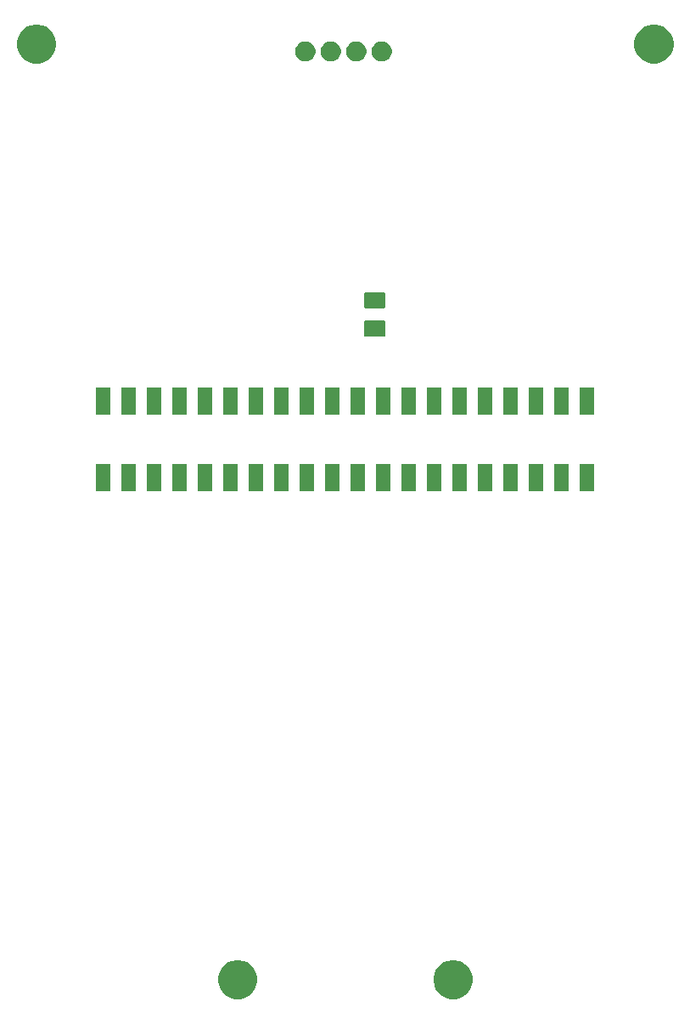
<source format=gbr>
G04 #@! TF.GenerationSoftware,KiCad,Pcbnew,5.0.2+dfsg1-1~bpo9+1*
G04 #@! TF.CreationDate,2019-01-24T11:26:08+00:00*
G04 #@! TF.ProjectId,zeroboy_new_front,7a65726f-626f-4795-9f6e-65775f66726f,rev?*
G04 #@! TF.SameCoordinates,Original*
G04 #@! TF.FileFunction,Soldermask,Bot*
G04 #@! TF.FilePolarity,Negative*
%FSLAX46Y46*%
G04 Gerber Fmt 4.6, Leading zero omitted, Abs format (unit mm)*
G04 Created by KiCad (PCBNEW 5.0.2+dfsg1-1~bpo9+1) date Thu 24 Jan 2019 11:26:08 GMT*
%MOMM*%
%LPD*%
G01*
G04 APERTURE LIST*
%ADD10C,0.100000*%
G04 APERTURE END LIST*
D10*
G36*
X158201193Y-137748737D02*
X158556070Y-137895732D01*
X158875455Y-138109138D01*
X159147062Y-138380745D01*
X159360468Y-138700130D01*
X159507463Y-139055007D01*
X159582400Y-139431740D01*
X159582400Y-139815860D01*
X159507463Y-140192593D01*
X159360468Y-140547470D01*
X159147062Y-140866855D01*
X158875455Y-141138462D01*
X158556070Y-141351868D01*
X158201193Y-141498863D01*
X157824460Y-141573800D01*
X157440340Y-141573800D01*
X157063607Y-141498863D01*
X156708730Y-141351868D01*
X156389345Y-141138462D01*
X156117738Y-140866855D01*
X155904332Y-140547470D01*
X155757337Y-140192593D01*
X155682400Y-139815860D01*
X155682400Y-139431740D01*
X155757337Y-139055007D01*
X155904332Y-138700130D01*
X156117738Y-138380745D01*
X156389345Y-138109138D01*
X156708730Y-137895732D01*
X157063607Y-137748737D01*
X157440340Y-137673800D01*
X157824460Y-137673800D01*
X158201193Y-137748737D01*
X158201193Y-137748737D01*
G37*
G36*
X136712793Y-137748737D02*
X137067670Y-137895732D01*
X137387055Y-138109138D01*
X137658662Y-138380745D01*
X137872068Y-138700130D01*
X138019063Y-139055007D01*
X138094000Y-139431740D01*
X138094000Y-139815860D01*
X138019063Y-140192593D01*
X137872068Y-140547470D01*
X137658662Y-140866855D01*
X137387055Y-141138462D01*
X137067670Y-141351868D01*
X136712793Y-141498863D01*
X136336060Y-141573800D01*
X135951940Y-141573800D01*
X135575207Y-141498863D01*
X135220330Y-141351868D01*
X134900945Y-141138462D01*
X134629338Y-140866855D01*
X134415932Y-140547470D01*
X134268937Y-140192593D01*
X134194000Y-139815860D01*
X134194000Y-139431740D01*
X134268937Y-139055007D01*
X134415932Y-138700130D01*
X134629338Y-138380745D01*
X134900945Y-138109138D01*
X135220330Y-137895732D01*
X135575207Y-137748737D01*
X135951940Y-137673800D01*
X136336060Y-137673800D01*
X136712793Y-137748737D01*
X136712793Y-137748737D01*
G37*
G36*
X136126500Y-90979000D02*
X134726500Y-90979000D01*
X134726500Y-88279000D01*
X136126500Y-88279000D01*
X136126500Y-90979000D01*
X136126500Y-90979000D01*
G37*
G36*
X123426500Y-90979000D02*
X122026500Y-90979000D01*
X122026500Y-88279000D01*
X123426500Y-88279000D01*
X123426500Y-90979000D01*
X123426500Y-90979000D01*
G37*
G36*
X125966500Y-90979000D02*
X124566500Y-90979000D01*
X124566500Y-88279000D01*
X125966500Y-88279000D01*
X125966500Y-90979000D01*
X125966500Y-90979000D01*
G37*
G36*
X128506500Y-90979000D02*
X127106500Y-90979000D01*
X127106500Y-88279000D01*
X128506500Y-88279000D01*
X128506500Y-90979000D01*
X128506500Y-90979000D01*
G37*
G36*
X131046500Y-90979000D02*
X129646500Y-90979000D01*
X129646500Y-88279000D01*
X131046500Y-88279000D01*
X131046500Y-90979000D01*
X131046500Y-90979000D01*
G37*
G36*
X133586500Y-90979000D02*
X132186500Y-90979000D01*
X132186500Y-88279000D01*
X133586500Y-88279000D01*
X133586500Y-90979000D01*
X133586500Y-90979000D01*
G37*
G36*
X138666500Y-90979000D02*
X137266500Y-90979000D01*
X137266500Y-88279000D01*
X138666500Y-88279000D01*
X138666500Y-90979000D01*
X138666500Y-90979000D01*
G37*
G36*
X141206500Y-90979000D02*
X139806500Y-90979000D01*
X139806500Y-88279000D01*
X141206500Y-88279000D01*
X141206500Y-90979000D01*
X141206500Y-90979000D01*
G37*
G36*
X143746500Y-90979000D02*
X142346500Y-90979000D01*
X142346500Y-88279000D01*
X143746500Y-88279000D01*
X143746500Y-90979000D01*
X143746500Y-90979000D01*
G37*
G36*
X146286500Y-90979000D02*
X144886500Y-90979000D01*
X144886500Y-88279000D01*
X146286500Y-88279000D01*
X146286500Y-90979000D01*
X146286500Y-90979000D01*
G37*
G36*
X151366500Y-90979000D02*
X149966500Y-90979000D01*
X149966500Y-88279000D01*
X151366500Y-88279000D01*
X151366500Y-90979000D01*
X151366500Y-90979000D01*
G37*
G36*
X153906500Y-90979000D02*
X152506500Y-90979000D01*
X152506500Y-88279000D01*
X153906500Y-88279000D01*
X153906500Y-90979000D01*
X153906500Y-90979000D01*
G37*
G36*
X156446500Y-90979000D02*
X155046500Y-90979000D01*
X155046500Y-88279000D01*
X156446500Y-88279000D01*
X156446500Y-90979000D01*
X156446500Y-90979000D01*
G37*
G36*
X148826500Y-90979000D02*
X147426500Y-90979000D01*
X147426500Y-88279000D01*
X148826500Y-88279000D01*
X148826500Y-90979000D01*
X148826500Y-90979000D01*
G37*
G36*
X158986500Y-90979000D02*
X157586500Y-90979000D01*
X157586500Y-88279000D01*
X158986500Y-88279000D01*
X158986500Y-90979000D01*
X158986500Y-90979000D01*
G37*
G36*
X161526500Y-90979000D02*
X160126500Y-90979000D01*
X160126500Y-88279000D01*
X161526500Y-88279000D01*
X161526500Y-90979000D01*
X161526500Y-90979000D01*
G37*
G36*
X164066500Y-90979000D02*
X162666500Y-90979000D01*
X162666500Y-88279000D01*
X164066500Y-88279000D01*
X164066500Y-90979000D01*
X164066500Y-90979000D01*
G37*
G36*
X166606500Y-90979000D02*
X165206500Y-90979000D01*
X165206500Y-88279000D01*
X166606500Y-88279000D01*
X166606500Y-90979000D01*
X166606500Y-90979000D01*
G37*
G36*
X171686500Y-90979000D02*
X170286500Y-90979000D01*
X170286500Y-88279000D01*
X171686500Y-88279000D01*
X171686500Y-90979000D01*
X171686500Y-90979000D01*
G37*
G36*
X169146500Y-90979000D02*
X167746500Y-90979000D01*
X167746500Y-88279000D01*
X169146500Y-88279000D01*
X169146500Y-90979000D01*
X169146500Y-90979000D01*
G37*
G36*
X123426500Y-83359000D02*
X122026500Y-83359000D01*
X122026500Y-80659000D01*
X123426500Y-80659000D01*
X123426500Y-83359000D01*
X123426500Y-83359000D01*
G37*
G36*
X153906500Y-83359000D02*
X152506500Y-83359000D01*
X152506500Y-80659000D01*
X153906500Y-80659000D01*
X153906500Y-83359000D01*
X153906500Y-83359000D01*
G37*
G36*
X156446500Y-83359000D02*
X155046500Y-83359000D01*
X155046500Y-80659000D01*
X156446500Y-80659000D01*
X156446500Y-83359000D01*
X156446500Y-83359000D01*
G37*
G36*
X158986500Y-83359000D02*
X157586500Y-83359000D01*
X157586500Y-80659000D01*
X158986500Y-80659000D01*
X158986500Y-83359000D01*
X158986500Y-83359000D01*
G37*
G36*
X171686500Y-83359000D02*
X170286500Y-83359000D01*
X170286500Y-80659000D01*
X171686500Y-80659000D01*
X171686500Y-83359000D01*
X171686500Y-83359000D01*
G37*
G36*
X164066500Y-83359000D02*
X162666500Y-83359000D01*
X162666500Y-80659000D01*
X164066500Y-80659000D01*
X164066500Y-83359000D01*
X164066500Y-83359000D01*
G37*
G36*
X169146500Y-83359000D02*
X167746500Y-83359000D01*
X167746500Y-80659000D01*
X169146500Y-80659000D01*
X169146500Y-83359000D01*
X169146500Y-83359000D01*
G37*
G36*
X166606500Y-83359000D02*
X165206500Y-83359000D01*
X165206500Y-80659000D01*
X166606500Y-80659000D01*
X166606500Y-83359000D01*
X166606500Y-83359000D01*
G37*
G36*
X161526500Y-83359000D02*
X160126500Y-83359000D01*
X160126500Y-80659000D01*
X161526500Y-80659000D01*
X161526500Y-83359000D01*
X161526500Y-83359000D01*
G37*
G36*
X146286500Y-83359000D02*
X144886500Y-83359000D01*
X144886500Y-80659000D01*
X146286500Y-80659000D01*
X146286500Y-83359000D01*
X146286500Y-83359000D01*
G37*
G36*
X125966500Y-83359000D02*
X124566500Y-83359000D01*
X124566500Y-80659000D01*
X125966500Y-80659000D01*
X125966500Y-83359000D01*
X125966500Y-83359000D01*
G37*
G36*
X133586500Y-83359000D02*
X132186500Y-83359000D01*
X132186500Y-80659000D01*
X133586500Y-80659000D01*
X133586500Y-83359000D01*
X133586500Y-83359000D01*
G37*
G36*
X148826500Y-83359000D02*
X147426500Y-83359000D01*
X147426500Y-80659000D01*
X148826500Y-80659000D01*
X148826500Y-83359000D01*
X148826500Y-83359000D01*
G37*
G36*
X128506500Y-83359000D02*
X127106500Y-83359000D01*
X127106500Y-80659000D01*
X128506500Y-80659000D01*
X128506500Y-83359000D01*
X128506500Y-83359000D01*
G37*
G36*
X131046500Y-83359000D02*
X129646500Y-83359000D01*
X129646500Y-80659000D01*
X131046500Y-80659000D01*
X131046500Y-83359000D01*
X131046500Y-83359000D01*
G37*
G36*
X141206500Y-83359000D02*
X139806500Y-83359000D01*
X139806500Y-80659000D01*
X141206500Y-80659000D01*
X141206500Y-83359000D01*
X141206500Y-83359000D01*
G37*
G36*
X136126500Y-83359000D02*
X134726500Y-83359000D01*
X134726500Y-80659000D01*
X136126500Y-80659000D01*
X136126500Y-83359000D01*
X136126500Y-83359000D01*
G37*
G36*
X138666500Y-83359000D02*
X137266500Y-83359000D01*
X137266500Y-80659000D01*
X138666500Y-80659000D01*
X138666500Y-83359000D01*
X138666500Y-83359000D01*
G37*
G36*
X143746500Y-83359000D02*
X142346500Y-83359000D01*
X142346500Y-80659000D01*
X143746500Y-80659000D01*
X143746500Y-83359000D01*
X143746500Y-83359000D01*
G37*
G36*
X151366500Y-83359000D02*
X149966500Y-83359000D01*
X149966500Y-80659000D01*
X151366500Y-80659000D01*
X151366500Y-83359000D01*
X151366500Y-83359000D01*
G37*
G36*
X150676128Y-73949493D02*
X150723854Y-73963970D01*
X150767836Y-73987479D01*
X150806385Y-74019115D01*
X150838021Y-74057664D01*
X150861530Y-74101646D01*
X150876007Y-74149372D01*
X150881500Y-74205141D01*
X150881500Y-75332859D01*
X150876007Y-75388628D01*
X150861530Y-75436354D01*
X150838021Y-75480336D01*
X150806385Y-75518885D01*
X150767836Y-75550521D01*
X150723854Y-75574030D01*
X150676128Y-75588507D01*
X150620359Y-75594000D01*
X148992641Y-75594000D01*
X148936872Y-75588507D01*
X148889146Y-75574030D01*
X148845164Y-75550521D01*
X148806615Y-75518885D01*
X148774979Y-75480336D01*
X148751470Y-75436354D01*
X148736993Y-75388628D01*
X148731500Y-75332859D01*
X148731500Y-74205141D01*
X148736993Y-74149372D01*
X148751470Y-74101646D01*
X148774979Y-74057664D01*
X148806615Y-74019115D01*
X148845164Y-73987479D01*
X148889146Y-73963970D01*
X148936872Y-73949493D01*
X148992641Y-73944000D01*
X150620359Y-73944000D01*
X150676128Y-73949493D01*
X150676128Y-73949493D01*
G37*
G36*
X150676128Y-71149493D02*
X150723854Y-71163970D01*
X150767836Y-71187479D01*
X150806385Y-71219115D01*
X150838021Y-71257664D01*
X150861530Y-71301646D01*
X150876007Y-71349372D01*
X150881500Y-71405141D01*
X150881500Y-72532859D01*
X150876007Y-72588628D01*
X150861530Y-72636354D01*
X150838021Y-72680336D01*
X150806385Y-72718885D01*
X150767836Y-72750521D01*
X150723854Y-72774030D01*
X150676128Y-72788507D01*
X150620359Y-72794000D01*
X148992641Y-72794000D01*
X148936872Y-72788507D01*
X148889146Y-72774030D01*
X148845164Y-72750521D01*
X148806615Y-72718885D01*
X148774979Y-72680336D01*
X148751470Y-72636354D01*
X148736993Y-72588628D01*
X148731500Y-72532859D01*
X148731500Y-71405141D01*
X148736993Y-71349372D01*
X148751470Y-71301646D01*
X148774979Y-71257664D01*
X148806615Y-71219115D01*
X148845164Y-71187479D01*
X148889146Y-71163970D01*
X148936872Y-71149493D01*
X148992641Y-71144000D01*
X150620359Y-71144000D01*
X150676128Y-71149493D01*
X150676128Y-71149493D01*
G37*
G36*
X116646793Y-44543437D02*
X117001670Y-44690432D01*
X117321055Y-44903838D01*
X117592662Y-45175445D01*
X117806068Y-45494830D01*
X117953063Y-45849707D01*
X118028000Y-46226440D01*
X118028000Y-46610560D01*
X117953063Y-46987293D01*
X117806068Y-47342170D01*
X117592662Y-47661555D01*
X117321055Y-47933162D01*
X117001670Y-48146568D01*
X116646793Y-48293563D01*
X116270060Y-48368500D01*
X115885940Y-48368500D01*
X115509207Y-48293563D01*
X115154330Y-48146568D01*
X114834945Y-47933162D01*
X114563338Y-47661555D01*
X114349932Y-47342170D01*
X114202937Y-46987293D01*
X114128000Y-46610560D01*
X114128000Y-46226440D01*
X114202937Y-45849707D01*
X114349932Y-45494830D01*
X114563338Y-45175445D01*
X114834945Y-44903838D01*
X115154330Y-44690432D01*
X115509207Y-44543437D01*
X115885940Y-44468500D01*
X116270060Y-44468500D01*
X116646793Y-44543437D01*
X116646793Y-44543437D01*
G37*
G36*
X178241793Y-44543437D02*
X178596670Y-44690432D01*
X178916055Y-44903838D01*
X179187662Y-45175445D01*
X179401068Y-45494830D01*
X179548063Y-45849707D01*
X179623000Y-46226440D01*
X179623000Y-46610560D01*
X179548063Y-46987293D01*
X179401068Y-47342170D01*
X179187662Y-47661555D01*
X178916055Y-47933162D01*
X178596670Y-48146568D01*
X178241793Y-48293563D01*
X177865060Y-48368500D01*
X177480940Y-48368500D01*
X177104207Y-48293563D01*
X176749330Y-48146568D01*
X176429945Y-47933162D01*
X176158338Y-47661555D01*
X175944932Y-47342170D01*
X175797937Y-46987293D01*
X175723000Y-46610560D01*
X175723000Y-46226440D01*
X175797937Y-45849707D01*
X175944932Y-45494830D01*
X176158338Y-45175445D01*
X176429945Y-44903838D01*
X176749330Y-44690432D01*
X177104207Y-44543437D01*
X177480940Y-44468500D01*
X177865060Y-44468500D01*
X178241793Y-44543437D01*
X178241793Y-44543437D01*
G37*
G36*
X150696170Y-46157772D02*
X150812089Y-46180829D01*
X150994078Y-46256211D01*
X151157863Y-46365649D01*
X151297151Y-46504937D01*
X151406589Y-46668722D01*
X151481971Y-46850711D01*
X151520400Y-47043909D01*
X151520400Y-47240891D01*
X151481971Y-47434089D01*
X151406589Y-47616078D01*
X151297151Y-47779863D01*
X151157863Y-47919151D01*
X150994078Y-48028589D01*
X150812089Y-48103971D01*
X150696170Y-48127028D01*
X150618893Y-48142400D01*
X150421907Y-48142400D01*
X150344630Y-48127028D01*
X150228711Y-48103971D01*
X150046722Y-48028589D01*
X149882937Y-47919151D01*
X149743649Y-47779863D01*
X149634211Y-47616078D01*
X149558829Y-47434089D01*
X149520400Y-47240891D01*
X149520400Y-47043909D01*
X149558829Y-46850711D01*
X149634211Y-46668722D01*
X149743649Y-46504937D01*
X149882937Y-46365649D01*
X150046722Y-46256211D01*
X150228711Y-46180829D01*
X150344630Y-46157772D01*
X150421907Y-46142400D01*
X150618893Y-46142400D01*
X150696170Y-46157772D01*
X150696170Y-46157772D01*
G37*
G36*
X148156170Y-46157772D02*
X148272089Y-46180829D01*
X148454078Y-46256211D01*
X148617863Y-46365649D01*
X148757151Y-46504937D01*
X148866589Y-46668722D01*
X148941971Y-46850711D01*
X148980400Y-47043909D01*
X148980400Y-47240891D01*
X148941971Y-47434089D01*
X148866589Y-47616078D01*
X148757151Y-47779863D01*
X148617863Y-47919151D01*
X148454078Y-48028589D01*
X148272089Y-48103971D01*
X148156170Y-48127028D01*
X148078893Y-48142400D01*
X147881907Y-48142400D01*
X147804630Y-48127028D01*
X147688711Y-48103971D01*
X147506722Y-48028589D01*
X147342937Y-47919151D01*
X147203649Y-47779863D01*
X147094211Y-47616078D01*
X147018829Y-47434089D01*
X146980400Y-47240891D01*
X146980400Y-47043909D01*
X147018829Y-46850711D01*
X147094211Y-46668722D01*
X147203649Y-46504937D01*
X147342937Y-46365649D01*
X147506722Y-46256211D01*
X147688711Y-46180829D01*
X147804630Y-46157772D01*
X147881907Y-46142400D01*
X148078893Y-46142400D01*
X148156170Y-46157772D01*
X148156170Y-46157772D01*
G37*
G36*
X143076170Y-46157772D02*
X143192089Y-46180829D01*
X143374078Y-46256211D01*
X143537863Y-46365649D01*
X143677151Y-46504937D01*
X143786589Y-46668722D01*
X143861971Y-46850711D01*
X143900400Y-47043909D01*
X143900400Y-47240891D01*
X143861971Y-47434089D01*
X143786589Y-47616078D01*
X143677151Y-47779863D01*
X143537863Y-47919151D01*
X143374078Y-48028589D01*
X143192089Y-48103971D01*
X143076170Y-48127028D01*
X142998893Y-48142400D01*
X142801907Y-48142400D01*
X142724630Y-48127028D01*
X142608711Y-48103971D01*
X142426722Y-48028589D01*
X142262937Y-47919151D01*
X142123649Y-47779863D01*
X142014211Y-47616078D01*
X141938829Y-47434089D01*
X141900400Y-47240891D01*
X141900400Y-47043909D01*
X141938829Y-46850711D01*
X142014211Y-46668722D01*
X142123649Y-46504937D01*
X142262937Y-46365649D01*
X142426722Y-46256211D01*
X142608711Y-46180829D01*
X142724630Y-46157772D01*
X142801907Y-46142400D01*
X142998893Y-46142400D01*
X143076170Y-46157772D01*
X143076170Y-46157772D01*
G37*
G36*
X145616170Y-46157772D02*
X145732089Y-46180829D01*
X145914078Y-46256211D01*
X146077863Y-46365649D01*
X146217151Y-46504937D01*
X146326589Y-46668722D01*
X146401971Y-46850711D01*
X146440400Y-47043909D01*
X146440400Y-47240891D01*
X146401971Y-47434089D01*
X146326589Y-47616078D01*
X146217151Y-47779863D01*
X146077863Y-47919151D01*
X145914078Y-48028589D01*
X145732089Y-48103971D01*
X145616170Y-48127028D01*
X145538893Y-48142400D01*
X145341907Y-48142400D01*
X145264630Y-48127028D01*
X145148711Y-48103971D01*
X144966722Y-48028589D01*
X144802937Y-47919151D01*
X144663649Y-47779863D01*
X144554211Y-47616078D01*
X144478829Y-47434089D01*
X144440400Y-47240891D01*
X144440400Y-47043909D01*
X144478829Y-46850711D01*
X144554211Y-46668722D01*
X144663649Y-46504937D01*
X144802937Y-46365649D01*
X144966722Y-46256211D01*
X145148711Y-46180829D01*
X145264630Y-46157772D01*
X145341907Y-46142400D01*
X145538893Y-46142400D01*
X145616170Y-46157772D01*
X145616170Y-46157772D01*
G37*
M02*

</source>
